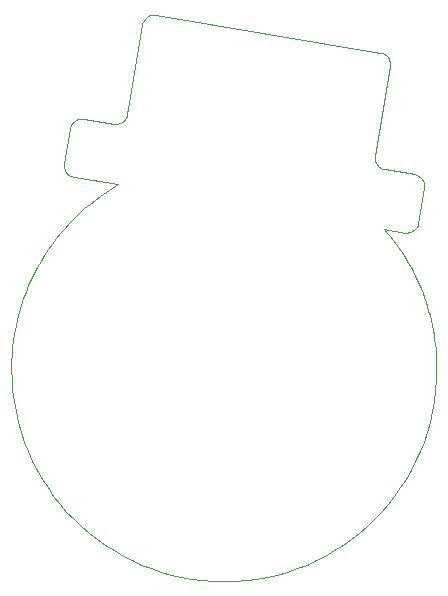
<source format=gbr>
%TF.GenerationSoftware,KiCad,Pcbnew,(5.1.6)-1*%
%TF.CreationDate,2021-01-16T18:50:24+01:00*%
%TF.ProjectId,Snowman_Earring,536e6f77-6d61-46e5-9f45-617272696e67,rev?*%
%TF.SameCoordinates,Original*%
%TF.FileFunction,Profile,NP*%
%FSLAX46Y46*%
G04 Gerber Fmt 4.6, Leading zero omitted, Abs format (unit mm)*
G04 Created by KiCad (PCBNEW (5.1.6)-1) date 2021-01-16 18:50:24*
%MOMM*%
%LPD*%
G01*
G04 APERTURE LIST*
%TA.AperFunction,Profile*%
%ADD10C,0.100000*%
%TD*%
G04 APERTURE END LIST*
D10*
X87102556Y-70225494D02*
X87090847Y-70326816D01*
X87090847Y-70326816D02*
X87089506Y-70426980D01*
X87089506Y-70426980D02*
X87106014Y-70573761D01*
X87106014Y-70573761D02*
X87143483Y-70714612D01*
X87143483Y-70714612D02*
X87200491Y-70847542D01*
X87200491Y-70847542D02*
X87275617Y-70970557D01*
X87275617Y-70970557D02*
X87367442Y-71081665D01*
X87367442Y-71081665D02*
X87474545Y-71178874D01*
X87474545Y-71178874D02*
X87595504Y-71260190D01*
X87595504Y-71260190D02*
X87728900Y-71323621D01*
X87728900Y-71323621D02*
X87824038Y-71354988D01*
X87824038Y-71354988D02*
X87923651Y-71376931D01*
X114234556Y-70712501D02*
X114134943Y-70690558D01*
X114134943Y-70690558D02*
X114039805Y-70659191D01*
X114039805Y-70659191D02*
X113906410Y-70595760D01*
X113906410Y-70595760D02*
X113785451Y-70514444D01*
X113785451Y-70514444D02*
X113678349Y-70417235D01*
X113678349Y-70417235D02*
X113586525Y-70306127D01*
X113586525Y-70306127D02*
X113511400Y-70183112D01*
X113511400Y-70183112D02*
X113454394Y-70050182D01*
X113454394Y-70050182D02*
X113416929Y-69909331D01*
X113416929Y-69909331D02*
X113400425Y-69762550D01*
X113400425Y-69762550D02*
X113401769Y-69662386D01*
X113401769Y-69662386D02*
X113413482Y-69561064D01*
X116769371Y-71137023D02*
X114234556Y-70712501D01*
X117590467Y-72288460D02*
X117602175Y-72187133D01*
X117602175Y-72187133D02*
X117603516Y-72086967D01*
X117603516Y-72086967D02*
X117587008Y-71940183D01*
X117587008Y-71940183D02*
X117549539Y-71799331D01*
X117549539Y-71799331D02*
X117492531Y-71666402D01*
X117492531Y-71666402D02*
X117417404Y-71543388D01*
X117417404Y-71543388D02*
X117325579Y-71432281D01*
X117325579Y-71432281D02*
X117218476Y-71335075D01*
X117218476Y-71335075D02*
X117097517Y-71253761D01*
X117097517Y-71253761D02*
X116964121Y-71190331D01*
X116964121Y-71190331D02*
X116868983Y-71158965D01*
X116868983Y-71158965D02*
X116769371Y-71137023D01*
X94857014Y-57645964D02*
X94755690Y-57634255D01*
X94755690Y-57634255D02*
X94655527Y-57632914D01*
X94655527Y-57632914D02*
X94508746Y-57649422D01*
X94508746Y-57649422D02*
X94367894Y-57686891D01*
X94367894Y-57686891D02*
X94234964Y-57743899D01*
X94234964Y-57743899D02*
X94111949Y-57819026D01*
X94111949Y-57819026D02*
X94000841Y-57910851D01*
X94000841Y-57910851D02*
X93903633Y-58017954D01*
X93903633Y-58017954D02*
X93822317Y-58138913D01*
X93822317Y-58138913D02*
X93758886Y-58272309D01*
X93758886Y-58272309D02*
X93727519Y-58367447D01*
X93727519Y-58367447D02*
X93705577Y-58467060D01*
X114683108Y-61980304D02*
X114694816Y-61878977D01*
X114694816Y-61878977D02*
X114696157Y-61778811D01*
X114696157Y-61778811D02*
X114679648Y-61632027D01*
X114679648Y-61632027D02*
X114642180Y-61491175D01*
X114642180Y-61491175D02*
X114585172Y-61358245D01*
X114585172Y-61358245D02*
X114510045Y-61235231D01*
X114510045Y-61235231D02*
X114418220Y-61124125D01*
X114418220Y-61124125D02*
X114311117Y-61026918D01*
X114311117Y-61026918D02*
X114190158Y-60945604D01*
X114190158Y-60945604D02*
X114056762Y-60882174D01*
X114056762Y-60882174D02*
X113961624Y-60850808D01*
X113961624Y-60850808D02*
X113862012Y-60828866D01*
X113413482Y-69561064D02*
X114683108Y-61980304D01*
X118622423Y-87592974D02*
X118617541Y-87170053D01*
X118617541Y-87170053D02*
X118602967Y-86749541D01*
X118602967Y-86749541D02*
X118578810Y-86331543D01*
X118578810Y-86331543D02*
X118545176Y-85916165D01*
X118545176Y-85916165D02*
X118502175Y-85503512D01*
X118502175Y-85503512D02*
X118449914Y-85093688D01*
X118449914Y-85093688D02*
X118388501Y-84686800D01*
X118388501Y-84686800D02*
X118318043Y-84282953D01*
X118318043Y-84282953D02*
X118238650Y-83882252D01*
X118238650Y-83882252D02*
X118150428Y-83484802D01*
X118150428Y-83484802D02*
X118053487Y-83090709D01*
X118053487Y-83090709D02*
X117947933Y-82700078D01*
X117947933Y-82700078D02*
X117833874Y-82313015D01*
X117833874Y-82313015D02*
X117711420Y-81929624D01*
X117711420Y-81929624D02*
X117580677Y-81550011D01*
X117580677Y-81550011D02*
X117441753Y-81174281D01*
X117441753Y-81174281D02*
X117294757Y-80802540D01*
X117294757Y-80802540D02*
X117139797Y-80434893D01*
X117139797Y-80434893D02*
X116976980Y-80071446D01*
X116976980Y-80071446D02*
X116806414Y-79712303D01*
X116806414Y-79712303D02*
X116628208Y-79357570D01*
X116628208Y-79357570D02*
X116442469Y-79007352D01*
X116442469Y-79007352D02*
X116249305Y-78661754D01*
X116249305Y-78661754D02*
X116048824Y-78320883D01*
X116048824Y-78320883D02*
X115841135Y-77984843D01*
X115841135Y-77984843D02*
X115626344Y-77653739D01*
X115626344Y-77653739D02*
X115404561Y-77327678D01*
X115404561Y-77327678D02*
X115175892Y-77006763D01*
X115175892Y-77006763D02*
X114940447Y-76691101D01*
X114940447Y-76691101D02*
X114698332Y-76380797D01*
X114698332Y-76380797D02*
X114449656Y-76075956D01*
X114449656Y-76075956D02*
X114194528Y-75776684D01*
X88749742Y-66444372D02*
X88648419Y-66432663D01*
X88648419Y-66432663D02*
X88548255Y-66431322D01*
X88548255Y-66431322D02*
X88401474Y-66447830D01*
X88401474Y-66447830D02*
X88260623Y-66485299D01*
X88260623Y-66485299D02*
X88127693Y-66542307D01*
X88127693Y-66542307D02*
X88004678Y-66617434D01*
X88004678Y-66617434D02*
X87893570Y-66709259D01*
X87893570Y-66709259D02*
X87796361Y-66816362D01*
X87796361Y-66816362D02*
X87715045Y-66937321D01*
X87715045Y-66937321D02*
X87651614Y-67070717D01*
X87651614Y-67070717D02*
X87620247Y-67165855D01*
X87620247Y-67165855D02*
X87598305Y-67265468D01*
X91284536Y-66868894D02*
X88749742Y-66444372D01*
X100622424Y-105592973D02*
X101548701Y-105569551D01*
X101548701Y-105569551D02*
X102462819Y-105500041D01*
X102462819Y-105500041D02*
X103363646Y-105385572D01*
X103363646Y-105385572D02*
X104250051Y-105227276D01*
X104250051Y-105227276D02*
X105120903Y-105026285D01*
X105120903Y-105026285D02*
X105975072Y-104783728D01*
X105975072Y-104783728D02*
X106811426Y-104500737D01*
X106811426Y-104500737D02*
X107628835Y-104178443D01*
X107628835Y-104178443D02*
X108426167Y-103817977D01*
X108426167Y-103817977D02*
X109202291Y-103420470D01*
X109202291Y-103420470D02*
X109956077Y-102987052D01*
X109956077Y-102987052D02*
X110686394Y-102518855D01*
X110686394Y-102518855D02*
X111392110Y-102017010D01*
X111392110Y-102017010D02*
X112072094Y-101482647D01*
X112072094Y-101482647D02*
X112725216Y-100916899D01*
X112725216Y-100916899D02*
X113350345Y-100320895D01*
X113350345Y-100320895D02*
X113946349Y-99695766D01*
X113946349Y-99695766D02*
X114512097Y-99042644D01*
X114512097Y-99042644D02*
X115046460Y-98362660D01*
X115046460Y-98362660D02*
X115548305Y-97656944D01*
X115548305Y-97656944D02*
X116016502Y-96926627D01*
X116016502Y-96926627D02*
X116449920Y-96172841D01*
X116449920Y-96172841D02*
X116847427Y-95396717D01*
X116847427Y-95396717D02*
X117207893Y-94599385D01*
X117207893Y-94599385D02*
X117530187Y-93781976D01*
X117530187Y-93781976D02*
X117813178Y-92945622D01*
X117813178Y-92945622D02*
X118055735Y-92091453D01*
X118055735Y-92091453D02*
X118256726Y-91220601D01*
X118256726Y-91220601D02*
X118415022Y-90334196D01*
X118415022Y-90334196D02*
X118529491Y-89433369D01*
X118529491Y-89433369D02*
X118599001Y-88519251D01*
X118599001Y-88519251D02*
X118622423Y-87592974D01*
X93705577Y-58467060D02*
X92435973Y-66047820D01*
X82622425Y-87592974D02*
X82645846Y-88519251D01*
X82645846Y-88519251D02*
X82715356Y-89433369D01*
X82715356Y-89433369D02*
X82829825Y-90334196D01*
X82829825Y-90334196D02*
X82988121Y-91220601D01*
X82988121Y-91220601D02*
X83189112Y-92091453D01*
X83189112Y-92091453D02*
X83431669Y-92945622D01*
X83431669Y-92945622D02*
X83714660Y-93781976D01*
X83714660Y-93781976D02*
X84036954Y-94599385D01*
X84036954Y-94599385D02*
X84397420Y-95396717D01*
X84397420Y-95396717D02*
X84794927Y-96172841D01*
X84794927Y-96172841D02*
X85228345Y-96926627D01*
X85228345Y-96926627D02*
X85696542Y-97656944D01*
X85696542Y-97656944D02*
X86198387Y-98362660D01*
X86198387Y-98362660D02*
X86732750Y-99042644D01*
X86732750Y-99042644D02*
X87298498Y-99695766D01*
X87298498Y-99695766D02*
X87894503Y-100320895D01*
X87894503Y-100320895D02*
X88519631Y-100916899D01*
X88519631Y-100916899D02*
X89172753Y-101482647D01*
X89172753Y-101482647D02*
X89852737Y-102017010D01*
X89852737Y-102017010D02*
X90558453Y-102518855D01*
X90558453Y-102518855D02*
X91288770Y-102987052D01*
X91288770Y-102987052D02*
X92042556Y-103420470D01*
X92042556Y-103420470D02*
X92818680Y-103817977D01*
X92818680Y-103817977D02*
X93616012Y-104178443D01*
X93616012Y-104178443D02*
X94433421Y-104500737D01*
X94433421Y-104500737D02*
X95269775Y-104783728D01*
X95269775Y-104783728D02*
X96123944Y-105026285D01*
X96123944Y-105026285D02*
X96994796Y-105227276D01*
X96994796Y-105227276D02*
X97881201Y-105385572D01*
X97881201Y-105385572D02*
X98782028Y-105500041D01*
X98782028Y-105500041D02*
X99696146Y-105569551D01*
X99696146Y-105569551D02*
X100622424Y-105592973D01*
X91636775Y-71998792D02*
X91136994Y-72298284D01*
X91136994Y-72298284D02*
X90647862Y-72613290D01*
X90647862Y-72613290D02*
X90169719Y-72943470D01*
X90169719Y-72943470D02*
X89702908Y-73288485D01*
X89702908Y-73288485D02*
X89247771Y-73647994D01*
X89247771Y-73647994D02*
X88804651Y-74021659D01*
X88804651Y-74021659D02*
X88373889Y-74409139D01*
X88373889Y-74409139D02*
X87955829Y-74810096D01*
X87955829Y-74810096D02*
X87550811Y-75224189D01*
X87550811Y-75224189D02*
X87159178Y-75651079D01*
X87159178Y-75651079D02*
X86781274Y-76090426D01*
X86781274Y-76090426D02*
X86417439Y-76541891D01*
X86417439Y-76541891D02*
X86068015Y-77005134D01*
X86068015Y-77005134D02*
X85733347Y-77479816D01*
X85733347Y-77479816D02*
X85413774Y-77965597D01*
X85413774Y-77965597D02*
X85109641Y-78462138D01*
X85109641Y-78462138D02*
X84821288Y-78969098D01*
X84821288Y-78969098D02*
X84549058Y-79486138D01*
X84549058Y-79486138D02*
X84293294Y-80012920D01*
X84293294Y-80012920D02*
X84054338Y-80549102D01*
X84054338Y-80549102D02*
X83832531Y-81094346D01*
X83832531Y-81094346D02*
X83628216Y-81648312D01*
X83628216Y-81648312D02*
X83441736Y-82210661D01*
X83441736Y-82210661D02*
X83273432Y-82781052D01*
X83273432Y-82781052D02*
X83123647Y-83359146D01*
X83123647Y-83359146D02*
X82992723Y-83944604D01*
X82992723Y-83944604D02*
X82881002Y-84537087D01*
X82881002Y-84537087D02*
X82788827Y-85136253D01*
X82788827Y-85136253D02*
X82716539Y-85741765D01*
X82716539Y-85741765D02*
X82664481Y-86353282D01*
X82664481Y-86353282D02*
X82632996Y-86970465D01*
X82632996Y-86970465D02*
X82622425Y-87592974D01*
X87598305Y-67265468D02*
X87102556Y-70225494D01*
X117094739Y-75248464D02*
X117590467Y-72288460D01*
X92435973Y-66047820D02*
X92414030Y-66147428D01*
X92414030Y-66147428D02*
X92382664Y-66242563D01*
X92382664Y-66242563D02*
X92319234Y-66375954D01*
X92319234Y-66375954D02*
X92237920Y-66496910D01*
X92237920Y-66496910D02*
X92140714Y-66604011D01*
X92140714Y-66604011D02*
X92029607Y-66695834D01*
X92029607Y-66695834D02*
X91906593Y-66770960D01*
X91906593Y-66770960D02*
X91773664Y-66827967D01*
X91773664Y-66827967D02*
X91632812Y-66865435D01*
X91632812Y-66865435D02*
X91486028Y-66881943D01*
X91486028Y-66881943D02*
X91385862Y-66880602D01*
X91385862Y-66880602D02*
X91284536Y-66868894D01*
X87923651Y-71376931D02*
X91636775Y-71998792D01*
X113862012Y-60828866D02*
X94857014Y-57645964D01*
X114194528Y-75776684D02*
X115943302Y-76069560D01*
X115943302Y-76069560D02*
X116044628Y-76081268D01*
X116044628Y-76081268D02*
X116144794Y-76082609D01*
X116144794Y-76082609D02*
X116291578Y-76066101D01*
X116291578Y-76066101D02*
X116432430Y-76028632D01*
X116432430Y-76028632D02*
X116565359Y-75971624D01*
X116565359Y-75971624D02*
X116688373Y-75896497D01*
X116688373Y-75896497D02*
X116799480Y-75804672D01*
X116799480Y-75804672D02*
X116896686Y-75697569D01*
X116896686Y-75697569D02*
X116978000Y-75576610D01*
X116978000Y-75576610D02*
X117041430Y-75443214D01*
X117041430Y-75443214D02*
X117072796Y-75348076D01*
X117072796Y-75348076D02*
X117094739Y-75248464D01*
M02*

</source>
